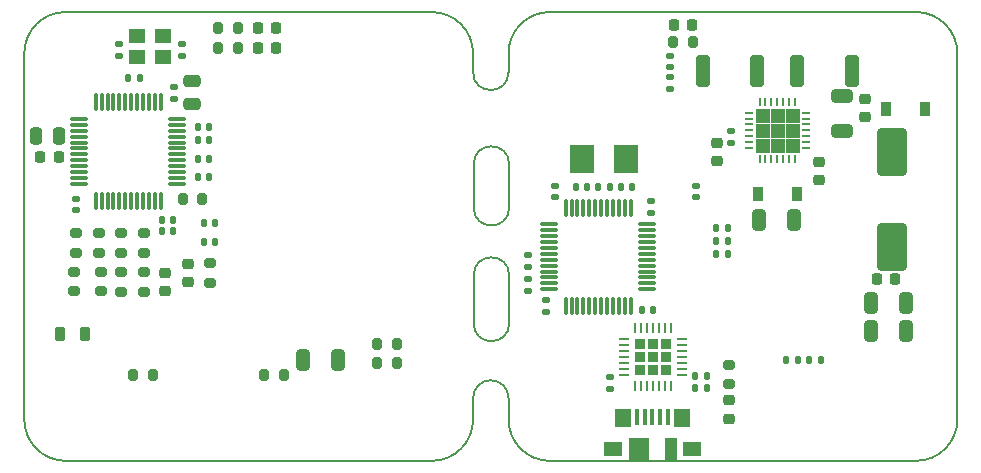
<source format=gbr>
%TF.GenerationSoftware,KiCad,Pcbnew,(7.0.0-0)*%
%TF.CreationDate,2023-05-24T17:39:11+02:00*%
%TF.ProjectId,ethersweep,65746865-7273-4776-9565-702e6b696361,2.0.1*%
%TF.SameCoordinates,Original*%
%TF.FileFunction,Paste,Top*%
%TF.FilePolarity,Positive*%
%FSLAX46Y46*%
G04 Gerber Fmt 4.6, Leading zero omitted, Abs format (unit mm)*
G04 Created by KiCad (PCBNEW (7.0.0-0)) date 2023-05-24 17:39:11*
%MOMM*%
%LPD*%
G01*
G04 APERTURE LIST*
G04 Aperture macros list*
%AMRoundRect*
0 Rectangle with rounded corners*
0 $1 Rounding radius*
0 $2 $3 $4 $5 $6 $7 $8 $9 X,Y pos of 4 corners*
0 Add a 4 corners polygon primitive as box body*
4,1,4,$2,$3,$4,$5,$6,$7,$8,$9,$2,$3,0*
0 Add four circle primitives for the rounded corners*
1,1,$1+$1,$2,$3*
1,1,$1+$1,$4,$5*
1,1,$1+$1,$6,$7*
1,1,$1+$1,$8,$9*
0 Add four rect primitives between the rounded corners*
20,1,$1+$1,$2,$3,$4,$5,0*
20,1,$1+$1,$4,$5,$6,$7,0*
20,1,$1+$1,$6,$7,$8,$9,0*
20,1,$1+$1,$8,$9,$2,$3,0*%
G04 Aperture macros list end*
%ADD10C,0.100000*%
%ADD11RoundRect,0.250000X0.475000X-0.250000X0.475000X0.250000X-0.475000X0.250000X-0.475000X-0.250000X0*%
%ADD12RoundRect,0.218750X-0.218750X-0.381250X0.218750X-0.381250X0.218750X0.381250X-0.218750X0.381250X0*%
%ADD13RoundRect,0.200000X0.200000X0.275000X-0.200000X0.275000X-0.200000X-0.275000X0.200000X-0.275000X0*%
%ADD14R,1.400000X1.200000*%
%ADD15RoundRect,0.140000X-0.140000X-0.170000X0.140000X-0.170000X0.140000X0.170000X-0.140000X0.170000X0*%
%ADD16RoundRect,0.075000X0.075000X-0.662500X0.075000X0.662500X-0.075000X0.662500X-0.075000X-0.662500X0*%
%ADD17RoundRect,0.075000X0.662500X-0.075000X0.662500X0.075000X-0.662500X0.075000X-0.662500X-0.075000X0*%
%ADD18RoundRect,0.140000X0.170000X-0.140000X0.170000X0.140000X-0.170000X0.140000X-0.170000X-0.140000X0*%
%ADD19RoundRect,0.250000X0.250000X0.475000X-0.250000X0.475000X-0.250000X-0.475000X0.250000X-0.475000X0*%
%ADD20RoundRect,0.200000X0.275000X-0.200000X0.275000X0.200000X-0.275000X0.200000X-0.275000X-0.200000X0*%
%ADD21RoundRect,0.225000X-0.250000X0.225000X-0.250000X-0.225000X0.250000X-0.225000X0.250000X0.225000X0*%
%ADD22RoundRect,0.140000X0.140000X0.170000X-0.140000X0.170000X-0.140000X-0.170000X0.140000X-0.170000X0*%
%ADD23RoundRect,0.250000X0.325000X0.650000X-0.325000X0.650000X-0.325000X-0.650000X0.325000X-0.650000X0*%
%ADD24RoundRect,0.225000X0.250000X-0.225000X0.250000X0.225000X-0.250000X0.225000X-0.250000X-0.225000X0*%
%ADD25RoundRect,0.135000X0.135000X0.185000X-0.135000X0.185000X-0.135000X-0.185000X0.135000X-0.185000X0*%
%ADD26RoundRect,0.200000X-0.200000X-0.275000X0.200000X-0.275000X0.200000X0.275000X-0.200000X0.275000X0*%
%ADD27RoundRect,0.218750X0.218750X0.256250X-0.218750X0.256250X-0.218750X-0.256250X0.218750X-0.256250X0*%
%ADD28RoundRect,0.218750X0.256250X-0.218750X0.256250X0.218750X-0.256250X0.218750X-0.256250X-0.218750X0*%
%ADD29RoundRect,0.200000X-0.275000X0.200000X-0.275000X-0.200000X0.275000X-0.200000X0.275000X0.200000X0*%
%ADD30RoundRect,0.140000X-0.170000X0.140000X-0.170000X-0.140000X0.170000X-0.140000X0.170000X0.140000X0*%
%ADD31R,0.762000X0.254000*%
%ADD32R,0.254000X0.762000*%
%ADD33RoundRect,0.250000X1.000000X-1.750000X1.000000X1.750000X-1.000000X1.750000X-1.000000X-1.750000X0*%
%ADD34RoundRect,0.250000X-0.362500X-1.075000X0.362500X-1.075000X0.362500X1.075000X-0.362500X1.075000X0*%
%ADD35RoundRect,0.135000X0.185000X-0.135000X0.185000X0.135000X-0.185000X0.135000X-0.185000X-0.135000X0*%
%ADD36RoundRect,0.225000X-0.225000X-0.250000X0.225000X-0.250000X0.225000X0.250000X-0.225000X0.250000X0*%
%ADD37R,0.450000X1.380000*%
%ADD38R,1.650000X1.300000*%
%ADD39R,1.425000X1.550000*%
%ADD40R,1.800000X1.900000*%
%ADD41R,1.000000X1.900000*%
%ADD42RoundRect,0.250000X-0.650000X0.325000X-0.650000X-0.325000X0.650000X-0.325000X0.650000X0.325000X0*%
%ADD43RoundRect,0.250000X-0.325000X-0.650000X0.325000X-0.650000X0.325000X0.650000X-0.325000X0.650000X0*%
%ADD44RoundRect,0.250000X0.362500X1.075000X-0.362500X1.075000X-0.362500X-1.075000X0.362500X-1.075000X0*%
%ADD45RoundRect,0.075000X-0.075000X0.662500X-0.075000X-0.662500X0.075000X-0.662500X0.075000X0.662500X0*%
%ADD46RoundRect,0.075000X-0.662500X0.075000X-0.662500X-0.075000X0.662500X-0.075000X0.662500X0.075000X0*%
%ADD47R,0.900000X1.200000*%
%ADD48RoundRect,0.225000X0.225000X-0.225000X0.225000X0.225000X-0.225000X0.225000X-0.225000X-0.225000X0*%
%ADD49RoundRect,0.062500X0.062500X-0.337500X0.062500X0.337500X-0.062500X0.337500X-0.062500X-0.337500X0*%
%ADD50RoundRect,0.062500X0.337500X-0.062500X0.337500X0.062500X-0.337500X0.062500X-0.337500X-0.062500X0*%
%ADD51RoundRect,0.218750X-0.218750X-0.256250X0.218750X-0.256250X0.218750X0.256250X-0.218750X0.256250X0*%
%ADD52RoundRect,0.135000X-0.185000X0.135000X-0.185000X-0.135000X0.185000X-0.135000X0.185000X0.135000X0*%
%ADD53R,2.000000X2.400000*%
%ADD54RoundRect,0.225000X0.225000X0.250000X-0.225000X0.250000X-0.225000X-0.250000X0.225000X-0.250000X0*%
%TA.AperFunction,Profile*%
%ADD55C,0.150000*%
%TD*%
G04 APERTURE END LIST*
G36*
X209115000Y-35985000D02*
G01*
X208045000Y-35985000D01*
X208045000Y-34915000D01*
X209115000Y-34915000D01*
X209115000Y-35985000D01*
G37*
D10*
X209115000Y-35985000D02*
X208045000Y-35985000D01*
X208045000Y-34915000D01*
X209115000Y-34915000D01*
X209115000Y-35985000D01*
G36*
X209115000Y-37255000D02*
G01*
X208045000Y-37255000D01*
X208045000Y-36185000D01*
X209115000Y-36185000D01*
X209115000Y-37255000D01*
G37*
X209115000Y-37255000D02*
X208045000Y-37255000D01*
X208045000Y-36185000D01*
X209115000Y-36185000D01*
X209115000Y-37255000D01*
G36*
X209115000Y-38525000D02*
G01*
X208045000Y-38525000D01*
X208045000Y-37455000D01*
X209115000Y-37455000D01*
X209115000Y-38525000D01*
G37*
X209115000Y-38525000D02*
X208045000Y-38525000D01*
X208045000Y-37455000D01*
X209115000Y-37455000D01*
X209115000Y-38525000D01*
G36*
X210385000Y-35985000D02*
G01*
X209315000Y-35985000D01*
X209315000Y-34915000D01*
X210385000Y-34915000D01*
X210385000Y-35985000D01*
G37*
X210385000Y-35985000D02*
X209315000Y-35985000D01*
X209315000Y-34915000D01*
X210385000Y-34915000D01*
X210385000Y-35985000D01*
G36*
X210385000Y-37255000D02*
G01*
X209315000Y-37255000D01*
X209315000Y-36185000D01*
X210385000Y-36185000D01*
X210385000Y-37255000D01*
G37*
X210385000Y-37255000D02*
X209315000Y-37255000D01*
X209315000Y-36185000D01*
X210385000Y-36185000D01*
X210385000Y-37255000D01*
G36*
X210385000Y-38525000D02*
G01*
X209315000Y-38525000D01*
X209315000Y-37455000D01*
X210385000Y-37455000D01*
X210385000Y-38525000D01*
G37*
X210385000Y-38525000D02*
X209315000Y-38525000D01*
X209315000Y-37455000D01*
X210385000Y-37455000D01*
X210385000Y-38525000D01*
G36*
X211655000Y-35985000D02*
G01*
X210585000Y-35985000D01*
X210585000Y-34915000D01*
X211655000Y-34915000D01*
X211655000Y-35985000D01*
G37*
X211655000Y-35985000D02*
X210585000Y-35985000D01*
X210585000Y-34915000D01*
X211655000Y-34915000D01*
X211655000Y-35985000D01*
G36*
X211655000Y-37255000D02*
G01*
X210585000Y-37255000D01*
X210585000Y-36185000D01*
X211655000Y-36185000D01*
X211655000Y-37255000D01*
G37*
X211655000Y-37255000D02*
X210585000Y-37255000D01*
X210585000Y-36185000D01*
X211655000Y-36185000D01*
X211655000Y-37255000D01*
G36*
X211655000Y-38525000D02*
G01*
X210585000Y-38525000D01*
X210585000Y-37455000D01*
X211655000Y-37455000D01*
X211655000Y-38525000D01*
G37*
X211655000Y-38525000D02*
X210585000Y-38525000D01*
X210585000Y-37455000D01*
X211655000Y-37455000D01*
X211655000Y-38525000D01*
D11*
X160300000Y-34450000D03*
X160300000Y-32550000D03*
D12*
X149137500Y-54000000D03*
X151262500Y-54000000D03*
D13*
X177625000Y-56400000D03*
X175975000Y-56400000D03*
D14*
X155684999Y-30469999D03*
X157884999Y-30469999D03*
X157884999Y-28769999D03*
X155684999Y-28769999D03*
D15*
X160770000Y-37550000D03*
X161730000Y-37550000D03*
D16*
X152150000Y-42662500D03*
X152650000Y-42662500D03*
X153150000Y-42662500D03*
X153650000Y-42662500D03*
X154150000Y-42662500D03*
X154650000Y-42662500D03*
X155150000Y-42662500D03*
X155650000Y-42662500D03*
X156150000Y-42662500D03*
X156650000Y-42662500D03*
X157150000Y-42662500D03*
X157650000Y-42662500D03*
D17*
X159062500Y-41250000D03*
X159062500Y-40750000D03*
X159062500Y-40250000D03*
X159062500Y-39750000D03*
X159062500Y-39250000D03*
X159062500Y-38750000D03*
X159062500Y-38250000D03*
X159062500Y-37750000D03*
X159062500Y-37250000D03*
X159062500Y-36750000D03*
X159062500Y-36250000D03*
X159062500Y-35750000D03*
D16*
X157650000Y-34337500D03*
X157150000Y-34337500D03*
X156650000Y-34337500D03*
X156150000Y-34337500D03*
X155650000Y-34337500D03*
X155150000Y-34337500D03*
X154650000Y-34337500D03*
X154150000Y-34337500D03*
X153650000Y-34337500D03*
X153150000Y-34337500D03*
X152650000Y-34337500D03*
X152150000Y-34337500D03*
D17*
X150737500Y-35750000D03*
X150737500Y-36250000D03*
X150737500Y-36750000D03*
X150737500Y-37250000D03*
X150737500Y-37750000D03*
X150737500Y-38250000D03*
X150737500Y-38750000D03*
X150737500Y-39250000D03*
X150737500Y-39750000D03*
X150737500Y-40250000D03*
X150737500Y-40750000D03*
X150737500Y-41250000D03*
D15*
X160770000Y-36470000D03*
X161730000Y-36470000D03*
D13*
X177625000Y-54800000D03*
X175975000Y-54800000D03*
D18*
X154085000Y-30400000D03*
X154085000Y-29440000D03*
X159485000Y-30400000D03*
X159485000Y-29440000D03*
D19*
X149000000Y-37200000D03*
X147100000Y-37200000D03*
D20*
X156200000Y-50375000D03*
X156200000Y-48725000D03*
X156200000Y-47075000D03*
X156200000Y-45425000D03*
X154300000Y-47075000D03*
X154300000Y-45425000D03*
X152400000Y-47075000D03*
X152400000Y-45425000D03*
X150500000Y-47075000D03*
X150500000Y-45425000D03*
D21*
X158000000Y-48775000D03*
X158000000Y-50325000D03*
D22*
X162280000Y-44600000D03*
X161320000Y-44600000D03*
X162280000Y-46200000D03*
X161320000Y-46200000D03*
D23*
X172675000Y-56120000D03*
X169725000Y-56120000D03*
D24*
X160000000Y-49575000D03*
X160000000Y-48025000D03*
D20*
X161800000Y-49625000D03*
X161800000Y-47975000D03*
D25*
X155895000Y-32320000D03*
X154875000Y-32320000D03*
D13*
X161175000Y-42570000D03*
X159525000Y-42570000D03*
D20*
X150276800Y-50325000D03*
X150276800Y-48675000D03*
X152600000Y-50325000D03*
X152600000Y-48675000D03*
X154300000Y-50375000D03*
X154300000Y-48725000D03*
D26*
X162525000Y-29770000D03*
X164175000Y-29770000D03*
X162525000Y-28070000D03*
X164175000Y-28070000D03*
D27*
X167437500Y-29770000D03*
X165862500Y-29770000D03*
D28*
X205750000Y-61157500D03*
X205750000Y-59582500D03*
D29*
X205750000Y-56545000D03*
X205750000Y-58195000D03*
D15*
X160770000Y-40670000D03*
X161730000Y-40670000D03*
D30*
X205950000Y-36790000D03*
X205950000Y-37750000D03*
D31*
X207424299Y-35219999D03*
X207424299Y-35719998D03*
X207424299Y-36220000D03*
X207424299Y-36719999D03*
X207424299Y-37219998D03*
X207424299Y-37720000D03*
X207424299Y-38219999D03*
D32*
X208349999Y-39145699D03*
X208849998Y-39145699D03*
X209350000Y-39145699D03*
X209849999Y-39145699D03*
X210349998Y-39145699D03*
X210850000Y-39145699D03*
X211349999Y-39145699D03*
D31*
X212275699Y-38219999D03*
X212275699Y-37720000D03*
X212275699Y-37219998D03*
X212275699Y-36719999D03*
X212275699Y-36220000D03*
X212275699Y-35719998D03*
X212275699Y-35219999D03*
D32*
X211349999Y-34294299D03*
X210850000Y-34294299D03*
X210349998Y-34294299D03*
X209849999Y-34294299D03*
X209350000Y-34294299D03*
X208849998Y-34294299D03*
X208349999Y-34294299D03*
D33*
X219550000Y-46570000D03*
X219550000Y-38570000D03*
D34*
X203537500Y-31670000D03*
X208162500Y-31670000D03*
D15*
X157772400Y-45242400D03*
X158732400Y-45242400D03*
D22*
X203880000Y-58545000D03*
X202920000Y-58545000D03*
D18*
X158800000Y-34050000D03*
X158800000Y-33090000D03*
D35*
X188775000Y-50305000D03*
X188775000Y-49285000D03*
D27*
X167437500Y-28070000D03*
X165862500Y-28070000D03*
D24*
X217300000Y-35595000D03*
X217300000Y-34045000D03*
D22*
X203880000Y-57545000D03*
X202920000Y-57545000D03*
D36*
X218275000Y-49320000D03*
X219825000Y-49320000D03*
D37*
X197987499Y-61009999D03*
X198637499Y-61009999D03*
X199287499Y-61009999D03*
X199937499Y-61009999D03*
X200587499Y-61009999D03*
D38*
X195912499Y-63669999D03*
D39*
X196799999Y-61094999D03*
D40*
X198137499Y-63669999D03*
D41*
X200837499Y-63669999D03*
D39*
X201774999Y-61094999D03*
D38*
X202662499Y-63669999D03*
D35*
X200810000Y-33210000D03*
X200810000Y-32190000D03*
D42*
X215325000Y-33845000D03*
X215325000Y-36795000D03*
D43*
X217825000Y-53720000D03*
X220775000Y-53720000D03*
D25*
X205660000Y-46070000D03*
X204640000Y-46070000D03*
D15*
X157770000Y-44270000D03*
X158730000Y-44270000D03*
D30*
X202950000Y-41390000D03*
X202950000Y-42350000D03*
D22*
X197560000Y-41540000D03*
X196600000Y-41540000D03*
D15*
X198407500Y-51920000D03*
X199367500Y-51920000D03*
D44*
X216162500Y-31670000D03*
X211537500Y-31670000D03*
D22*
X193760000Y-41540000D03*
X192800000Y-41540000D03*
D30*
X200800000Y-30386000D03*
X200800000Y-31346000D03*
D45*
X197437500Y-43257500D03*
X196937500Y-43257500D03*
X196437500Y-43257500D03*
X195937500Y-43257500D03*
X195437500Y-43257500D03*
X194937500Y-43257500D03*
X194437500Y-43257500D03*
X193937500Y-43257500D03*
X193437500Y-43257500D03*
X192937500Y-43257500D03*
X192437500Y-43257500D03*
X191937500Y-43257500D03*
D46*
X190525000Y-44670000D03*
X190525000Y-45170000D03*
X190525000Y-45670000D03*
X190525000Y-46170000D03*
X190525000Y-46670000D03*
X190525000Y-47170000D03*
X190525000Y-47670000D03*
X190525000Y-48170000D03*
X190525000Y-48670000D03*
X190525000Y-49170000D03*
X190525000Y-49670000D03*
X190525000Y-50170000D03*
D45*
X191937500Y-51582500D03*
X192437500Y-51582500D03*
X192937500Y-51582500D03*
X193437500Y-51582500D03*
X193937500Y-51582500D03*
X194437500Y-51582500D03*
X194937500Y-51582500D03*
X195437500Y-51582500D03*
X195937500Y-51582500D03*
X196437500Y-51582500D03*
X196937500Y-51582500D03*
X197437500Y-51582500D03*
D46*
X198850000Y-50170000D03*
X198850000Y-49670000D03*
X198850000Y-49170000D03*
X198850000Y-48670000D03*
X198850000Y-48170000D03*
X198850000Y-47670000D03*
X198850000Y-47170000D03*
X198850000Y-46670000D03*
X198850000Y-46170000D03*
X198850000Y-45670000D03*
X198850000Y-45170000D03*
X198850000Y-44670000D03*
D26*
X166425000Y-57470000D03*
X168075000Y-57470000D03*
D25*
X205660000Y-44970000D03*
X204640000Y-44970000D03*
D47*
X208189399Y-42127999D03*
X211489399Y-42127999D03*
D48*
X198205000Y-57040000D03*
X199325000Y-57040000D03*
X200445000Y-57040000D03*
X198205000Y-55920000D03*
X199325000Y-55920000D03*
X200445000Y-55920000D03*
X198205000Y-54800000D03*
X199325000Y-54800000D03*
X200445000Y-54800000D03*
D49*
X197825000Y-58370000D03*
X198325000Y-58370000D03*
X198825000Y-58370000D03*
X199325000Y-58370000D03*
X199825000Y-58370000D03*
X200325000Y-58370000D03*
X200825000Y-58370000D03*
D50*
X201775000Y-57420000D03*
X201775000Y-56920000D03*
X201775000Y-56420000D03*
X201775000Y-55920000D03*
X201775000Y-55420000D03*
X201775000Y-54920000D03*
X201775000Y-54420000D03*
D49*
X200825000Y-53470000D03*
X200325000Y-53470000D03*
X199825000Y-53470000D03*
X199325000Y-53470000D03*
X198825000Y-53470000D03*
X198325000Y-53470000D03*
X197825000Y-53470000D03*
D50*
X196875000Y-54420000D03*
X196875000Y-54920000D03*
X196875000Y-55420000D03*
X196875000Y-55920000D03*
X196875000Y-56420000D03*
X196875000Y-56920000D03*
X196875000Y-57420000D03*
D25*
X213570000Y-56170000D03*
X212550000Y-56170000D03*
D18*
X199187500Y-43690000D03*
X199187500Y-42730000D03*
D25*
X195690000Y-41540000D03*
X194670000Y-41540000D03*
D21*
X204750000Y-37795000D03*
X204750000Y-39345000D03*
D47*
X219074999Y-34919999D03*
X222374999Y-34919999D03*
D30*
X150450000Y-42490000D03*
X150450000Y-43450000D03*
D26*
X155325000Y-57470000D03*
X156975000Y-57470000D03*
D21*
X213370400Y-39395000D03*
X213370400Y-40945000D03*
D30*
X190287500Y-51120000D03*
X190287500Y-52080000D03*
D51*
X201082500Y-27770000D03*
X202657500Y-27770000D03*
D43*
X217825000Y-51320000D03*
X220775000Y-51320000D03*
D13*
X202714600Y-29240400D03*
X201064600Y-29240400D03*
D52*
X188775000Y-47310000D03*
X188775000Y-48330000D03*
D53*
X197049999Y-39139999D03*
X193349999Y-39139999D03*
D54*
X149019800Y-38943200D03*
X147469800Y-38943200D03*
D43*
X208339400Y-44328000D03*
X211289400Y-44328000D03*
D18*
X191025000Y-42350000D03*
X191025000Y-41390000D03*
D25*
X211610000Y-56170000D03*
X210590000Y-56170000D03*
D15*
X160770000Y-39149096D03*
X161730000Y-39149096D03*
D30*
X195675000Y-57640000D03*
X195675000Y-58600000D03*
D25*
X205660000Y-47170000D03*
X204640000Y-47170000D03*
D55*
X184100000Y-31800000D02*
X184100000Y-30200000D01*
X184100000Y-60700000D02*
X184100000Y-59400000D01*
X180600000Y-26700000D02*
X149600000Y-26700000D01*
X149600000Y-26700000D02*
G75*
G03*
X146100000Y-30200000I0J-3500000D01*
G01*
X184100000Y-30200000D02*
G75*
G03*
X180600000Y-26700000I-3500000J0D01*
G01*
X180600000Y-64700000D02*
G75*
G03*
X184100000Y-61200000I0J3500000D01*
G01*
X146100000Y-30200000D02*
X146100000Y-61200000D01*
X149600000Y-64700000D02*
X180600000Y-64700000D01*
X146100000Y-61200000D02*
G75*
G03*
X149600000Y-64700000I3500000J0D01*
G01*
X184100000Y-61200000D02*
X184100000Y-60700000D01*
X225100000Y-61200000D02*
X225100000Y-30200000D01*
X190600000Y-64700000D02*
X221600000Y-64700000D01*
X187100000Y-61200000D02*
G75*
G03*
X190600000Y-64700000I3500000J0D01*
G01*
X221600000Y-64700000D02*
G75*
G03*
X225100000Y-61200000I0J3500000D01*
G01*
X190600000Y-26700000D02*
G75*
G03*
X187100000Y-30200000I0J-3500000D01*
G01*
X190600000Y-26700000D02*
X221600000Y-26700000D01*
X187100000Y-30200000D02*
X187100000Y-30700000D01*
X187100000Y-61200000D02*
X187100000Y-59400000D01*
X187100000Y-31800000D02*
X187100000Y-30700000D01*
X225100000Y-30200000D02*
G75*
G03*
X221600000Y-26700000I-3500000J0D01*
G01*
X187150000Y-48970000D02*
G75*
G03*
X184150000Y-48970000I-1500000J0D01*
G01*
X187150000Y-39570000D02*
G75*
G03*
X184150000Y-39570000I-1500000J0D01*
G01*
X187100000Y-59400000D02*
G75*
G03*
X184100000Y-59400000I-1500000J30019D01*
G01*
X184150000Y-53070000D02*
X184150000Y-48970000D01*
X184150000Y-43270000D02*
X184150000Y-39570000D01*
X184150000Y-43270000D02*
G75*
G03*
X187150000Y-43270000I1500000J0D01*
G01*
X184100000Y-31800000D02*
G75*
G03*
X187100000Y-31800000I1500000J0D01*
G01*
X187150000Y-39570000D02*
X187150000Y-43270000D01*
X187150000Y-48970000D02*
X187150000Y-53070000D01*
X184150000Y-53070000D02*
G75*
G03*
X187150000Y-53070000I1500000J0D01*
G01*
M02*

</source>
